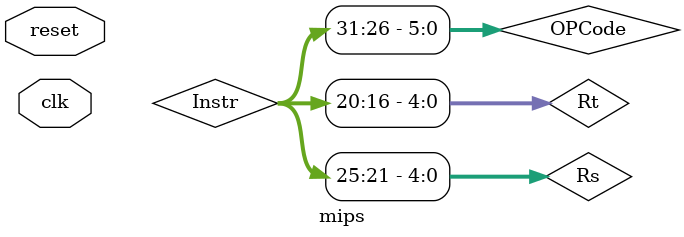
<source format=v>
`timescale 1ns / 1ps
module mips(
    input clk,
    input reset
    );
	//IFU Ïà¹ØÁÙÊ±±äÁ¿
	wire [31:0] Instr,PC,PC4,EXT,JRAdd;

	//IFU-GRF ÁÙÊ±±äÁ¿
	wire [5:0] OPCode,FUNCode;
	wire [4:0] Rs,Rt,Rd;
	wire [15:0] Imm;
	
	//¿ØÖÆÐÅºÅ±äÁ¿
	wire [1:0]WAOp,WDOp,EXTOp,ALUOp;
	wire BEQOp,ALUBOp,DWE,DRE,RWE,JALOp,JROp;
	
	//GRF ÁÙÊ±±äÁ¿
	wire [4:0] WA;
	wire [31:0] WD,D1,D2;
	
	//ALU ÁÙÊ±±äÁ¿
	wire [31:0] ALUB,ALUOut;
	wire BEQZero;
	
	//DM ÁÙÊ±±äÁ¿
	wire [31:0] RD;
	
	//IFU ÊäÈë clk,reset
	//IFU Êä³ö PC4,Instr
	IFU ifu(clk,reset,EXT,BEQOp,BEQZero,JALOp,JROp,D1,PC,PC4,Instr);
	
	//Á¬Ïß
	assign OPCode = Instr[31:26];
	assign Rs = Instr[25:21];
	assign Rt = Instr[20:16];
	assign Rd = Instr[15:11];
	assign Imm = Instr[15:0];
	assign FUNCode = Instr[5:0];
	
	//control ÊäÈë opcode functioncode
	//Êä³ö¿ØÖÆÐÅºÅ¼¯
	CONTROL ctrl(OPCode,FUNCode,WAOp,WDOp,BEQOp,ALUBOp,EXTOp,ALUOp,DWE,DRE,RWE,JALOp,JROp);
	
	//MUX WA
	MUX_WA wa(Rt,Rd,WAOp,WA);
	
	//MUX_WD
	MUX_WD wd(ALUOut,RD,PC4,WDOp,WD);
	
	
	//GRF ÊäÈë RA1,RA2,WA,WD,reset,clk,RWE
	//GRF Êä³ö D1,D2
	GRF file(Rs,Rt,WA,WD,reset,clk,RWE,PC,D1,D2);
	
	//EXT ÊäÈë Imm,EXTOp
	//EXT Êä³ö EXT
	EXT ext(Imm,EXTOp,EXT);
	
	//MUX ALUB
	MUX_ALUB alub(EXT,D2,ALUBOp,ALUB);
	
	//ALU ÊäÈë ALU1,ALU2,ALUOp
	//ALU Êä³ö ALUOut, zero
	ALU alu(D1,ALUB,ALUOp,ALUOut,BEQZero);
	
	//DM ÊäÈë add,wata,reset,clk,dwe,re;
	//DM Êä³ö RD;
	DM data(ALUOut,D2,reset,clk,DWE,DRE,PC,RD);
	
endmodule

</source>
